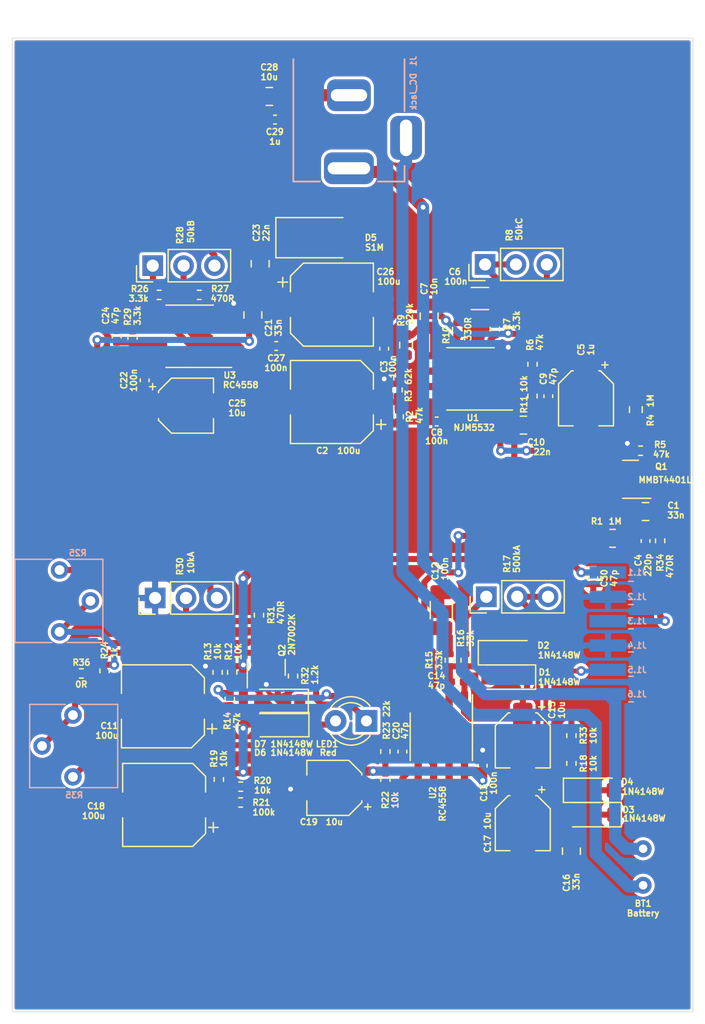
<source format=kicad_pcb>
(kicad_pcb (version 20221018) (generator pcbnew)
  (layers (0 "F.Cu" signal) (31 "B.Cu" signal) (34 "B.Paste" user) (35 "F.Paste" user) (36 "B.SilkS" user "B.Silkscreen") (37 "F.SilkS" user "F.Silkscreen") (38 "B.Mask" user) (39 "F.Mask" user) (44 "Edge.Cuts" user))
  (net 0 "")
  (net 1 "Net-(Q1-B)")
  (net 2 "Net-(C1-Pad2)")
  (net 3 "+5V")
  (net 4 "GND")
  (net 5 "Net-(LED1-K)")
  (net 6 "Net-(Q1-E)")
  (net 7 "+9V")
  (net 8 "Net-(C10-Pad2)")
  (net 9 "Net-(U1A-+)")
  (net 10 "Net-(U1A--)")
  (net 11 "Net-(C6-Pad1)")
  (net 12 "Net-(C6-Pad2)")
  (net 13 "Net-(U1B-+)")
  (net 14 "Net-(R7-Pad2)")
  (net 15 "Net-(U1B--)")
  (net 16 "Net-(U2A-+)")
  (net 17 "Net-(C12-Pad1)")
  (net 18 "Net-(D1-A)")
  (net 19 "Net-(D1-K)")
  (net 20 "Net-(R16-Pad1)")
  (net 21 "Net-(C15-Pad2)")
  (net 22 "Net-(D3-A)")
  (net 23 "Net-(U2B-+)")
  (net 24 "Net-(C18-Pad1)")
  (net 25 "Net-(C19-Pad1)")
  (net 26 "Net-(C20-Pad1)")
  (net 27 "Net-(U2B--)")
  (net 28 "Net-(R24-Pad1)")
  (net 29 "Net-(U3A-+)")
  (net 30 "Net-(U3A--)")
  (net 31 "Net-(C23-Pad1)")
  (net 32 "Net-(C24-Pad1)")
  (net 33 "Net-(U3B--)")
  (net 34 "Net-(C25-Pad2)")
  (net 35 "Net-(U3B-+)")
  (net 36 "Net-(R27-Pad1)")
  (net 37 "Net-(C30-Pad1)")
  (net 38 "Net-(R30-Pad2)")
  (net 39 "Net-(R32-Pad1)")
  (net 40 "Net-(Q2-D)")
  (net 41 "Net-(D6-K)")
  (net 42 "Net-(C11-Pad1)")
  (net 43 "Net-(D7-A)")
  (net 44 "Net-(BT1-+)")
  (net 45 "Net-(BT1--)")
  (net 46 "Net-(J1.3-Pad1)")
  (footprint "Capacitor_SMD:CP_Elec_6.3x5.3" (layer "F.Cu") (at -15.5 23 180)
    (fp_text reference "C18")
    (fp_text value "100u")
  )
  (footprint "Resistor_SMD:R_0402_1005Metric" (layer "F.Cu") (at 2.7 20.91 -90)
    (fp_text reference "R22")
    (fp_text value "10k")
  )
  (footprint "Capacitor_SMD:C_0805_2012Metric" (layer "F.Cu") (at -6.85 -35.2 180)
    (fp_text reference "C28")
    (fp_text value "10u")
  )
  (footprint "Package_SO:SOIC-8_3.9x4.9mm_P1.27mm" (layer "F.Cu") (at 7.3 17.4 -90)
    (fp_text reference "U2")
    (fp_text value "RC4558")
  )
  (footprint "Resistor_SMD:R_0402_1005Metric" (layer "F.Cu") (at 3.7 -11.09 90)
    (fp_text reference "R3")
    (fp_text value "62k")
  )
  (footprint "Diode_SMD:D_SOD-123" (layer "F.Cu") (at 12.7 12.5 180)
    (fp_text reference "D1")
    (fp_text value "1N4148W")
  )
  (footprint "Capacitor_SMD:C_0402_1005Metric" (layer "F.Cu") (at 6.92 -8.5)
    (fp_text reference "C8")
    (fp_text value "100n")
  )
  (footprint "Connector_PinHeader_2.54mm:PinHeader_1x03_P2.54mm_Vertical" (layer "F.Cu") (at -16.44 -21.3 90)
    (fp_text reference "R28")
    (fp_text value "50kB")
  )
  (footprint "Capacitor_SMD:CP_Elec_4x5.3" (layer "F.Cu") (at 14 24.5 -90)
    (fp_text reference "C17")
    (fp_text value "10u")
  )
  (footprint "Resistor_SMD:R_0402_1005Metric" (layer "F.Cu") (at -9.21 22.8 180)
    (fp_text reference "R21")
    (fp_text value "100k")
  )
  (footprint "Capacitor_SMD:CP_Elec_4x5.3" (layer "F.Cu") (at -1.5 21.6 180)
    (fp_text reference "C19")
    (fp_text value "10u")
  )
  (footprint "Resistor_SMD:R_0603_1608Metric" (layer "F.Cu") (at 23.3 -9.475 90)
    (fp_text reference "R4")
    (fp_text value "1M")
  )
  (footprint "Capacitor_SMD:C_0402_1005Metric" (layer "F.Cu") (at 19.8 4.38 -90)
    (fp_text reference "C30")
    (fp_text value "47p")
  )
  (footprint "Resistor_SMD:R_0402_1005Metric" (layer "F.Cu") (at 8.6 -16.09 -90)
    (fp_text reference "R10")
    (fp_text value "330R")
  )
  (footprint "Resistor_SMD:R_0402_1005Metric" (layer "F.Cu") (at -9.9 12.11 90)
    (fp_text reference "R12")
    (fp_text value "10k")
  )
  (footprint "Diode_SMD:D_SOD-123" (layer "F.Cu") (at 19.7 21.8)
    (fp_text reference "D4")
    (fp_text value "1N4148W")
  )
  (footprint "Resistor_SMD:R_0402_1005Metric" (layer "F.Cu") (at -11.1 12.11 -90)
    (fp_text reference "R13")
    (fp_text value "10k")
  )
  (footprint "Resistor_SMD:R_0402_1005Metric" (layer "F.Cu") (at 9.3 11.11 -90)
    (fp_text reference "R16")
    (fp_text value "33k")
  )
  (footprint "Resistor_SMD:R_0402_1005Metric" (layer "F.Cu") (at -20.4 11.99 -90)
    (fp_text reference "R24")
    (fp_text value "1k")
  )
  (footprint "Resistor_SMD:R_0603_1608Metric" (layer "F.Cu") (at 4.4 -14.775 -90)
    (fp_text reference "R9")
    (fp_text value "220k")
  )
  (footprint "Resistor_SMD:R_0402_1005Metric" (layer "F.Cu") (at -10.1 14.31 90)
    (fp_text reference "R14")
    (fp_text value "47k")
  )
  (footprint "Capacitor_SMD:C_0402_1005Metric" (layer "F.Cu") (at -19.4 -15.48 90)
    (fp_text reference "C24")
    (fp_text value "47p")
  )
  (footprint "Capacitor_SMD:C_1206_3216Metric" (layer "F.Cu") (at 10.475 -18.6 180)
    (fp_text reference "C6")
    (fp_text value "100n")
  )
  (footprint "Capacitor_SMD:C_0402_1005Metric" (layer "F.Cu") (at 4.1 18.62 -90)
    (fp_text reference "C20")
    (fp_text value "47p")
  )
  (footprint "Package_SO:SOIC-8_3.9x4.9mm_P1.27mm" (layer "F.Cu") (at 9.7 -12 180)
    (fp_text reference "U1")
    (fp_text value "NJM5532")
  )
  (footprint "Capacitor_SMD:C_1206_3216Metric" (layer "F.Cu") (at 7.3 7 90)
    (fp_text reference "C12")
    (fp_text value "100n")
  )
  (footprint "Capacitor_SMD:CP_Elec_6.3x5.3" (layer "F.Cu") (at -15.6 14.9 180)
    (fp_text reference "C11")
    (fp_text value "100u")
  )
  (footprint "Capacitor_SMD:C_0402_1005Metric" (layer "F.Cu") (at -6.28 -14.7)
    (fp_text reference "C27")
    (fp_text value "100n")
  )
  (footprint "Diode_SMD:D_SOD-123" (layer "F.Cu") (at -5.95 16.4 180)
    (fp_text reference "D6")
    (fp_text value "1N4148W")
  )
  (footprint "Diode_SMD:D_SOD-123" (layer "F.Cu") (at 19.75 23.8 180)
    (fp_text reference "D3")
    (fp_text value "1N4148W")
  )
  (footprint "Resistor_SMD:R_0402_1005Metric" (layer "F.Cu") (at 2.7 18.61 -90)
    (fp_text reference "R23")
    (fp_text value "22k")
  )
  (footprint "Capacitor_SMD:C_0402_1005Metric" (layer "F.Cu") (at 24.1 1.32 -90)
    (fp_text reference "C4")
    (fp_text value "220p")
  )
  (footprint "myFoot:my_conn" (layer "F.Cu") (at 23.9 29.6)
    (fp_text reference "BT1")
    (fp_text value "Battery")
  )
  (footprint "Connector_PinHeader_2.54mm:PinHeader_1x03_P2.54mm_Vertical" (layer "F.Cu") (at -16.24 6 90)
    (fp_text reference "R30")
    (fp_text value "10kA")
  )
  (footprint "Capacitor_SMD:C_0402_1005Metric" (layer "F.Cu") (at 8.62 12.9 180)
    (fp_text reference "C14")
    (fp_text value "47p")
  )
  (footprint "Connector_PinHeader_2.54mm:PinHeader_1x03_P2.54mm_Vertical" (layer "F.Cu") (at 11 5.9 90)
    (fp_text reference "R17")
    (fp_text value "500kA")
  )
  (footprint "Capacitor_SMD:C_0402_1005Metric" (layer "F.Cu") (at 10.7 19.78 90)
    (fp_text reference "C13")
    (fp_text value "100n")
  )
  (footprint "Resistor_SMD:R_0402_1005Metric" (layer "F.Cu") (at 18 19.59 90)
    (fp_text reference "R18")
    (fp_text value "10k")
  )
  (footprint "Capacitor_SMD:C_0805_2012Metric" (layer "F.Cu") (at 24.1 -1.1 180)
    (fp_text reference "C1")
    (fp_text value "33n")
  )
  (footprint "Capacitor_SMD:CP_Elec_4x5.3" (layer "F.Cu") (at -13.7 -9.8)
    (fp_text reference "C25")
    (fp_text value "10u")
  )
  (footprint "Capacitor_SMD:C_0402_1005Metric" (layer "F.Cu") (at 2.6 -14.48 90)
    (fp_text reference "C3")
    (fp_text value "100n")
  )
  (footprint "Capacitor_SMD:CP_Elec_6.3x5.3" (layer "F.Cu") (at -1.7 -18.1)
    (fp_text reference "C26")
    (fp_text value "100u")
  )
  (footprint "Capacitor_SMD:C_0805_2012Metric" (layer "F.Cu") (at 14.05 -8.2 180)
    (fp_text reference "C10")
    (fp_text value "22n")
  )
  (footprint "Package_TO_SOT_SMD:SOT-23" (layer "F.Cu") (at 22.8625 -3.75 180)
    (fp_text reference "Q1")
    (fp_text value "MMBT4401L")
  )
  (footprint "Resistor_SMD:R_0402_1005Metric" (layer "F.Cu") (at -18.1 -15.41 90)
    (fp_text reference "R29")
    (fp_text value "3.3k")
  )
  (footprint "Diode_SMD:D_SOD-123" (layer "F.Cu") (at 12.7 10.5)
    (fp_text reference "D2")
    (fp_text value "1N4148W")
  )
  (footprint "Resistor_SMD:R_0402_1005Metric" (layer "F.Cu") (at -12.61 -18.9)
    (fp_text reference "R27")
    (fp_text value "470R")
  )
  (footprint "Resistor_SMD:R_0402_1005Metric" (layer "F.Cu") (at 11.7 -16.09 90)
    (fp_text reference "R7")
    (fp_text value "3.3k")
  )
  (footprint "Capacitor_SMD:C_0402_1005Metric" (layer "F.Cu") (at -6.38 -33.3 180)
    (fp_text reference "C29")
    (fp_text value "1u")
  )
  (footprint "Capacitor_SMD:C_0805_2012Metric" (layer "F.Cu") (at 18 26.8 -90)
    (fp_text reference "C16")
    (fp_text value "33n")
  )
  (footprint "Resistor_SMD:R_0402_1005Metric" (layer "F.Cu") (at -7.7 7.41 -90)
    (fp_text reference "R31")
    (fp_text value "470R")
  )
  (footprint "Resistor_SMD:R_0402_1005Metric" (layer "F.Cu") (at -15.91 -18.9)
    (fp_text reference "R26")
    (fp_text value "3.3k")
  )
  (footprint "Resistor_SMD:R_0402_1005Metric" (layer "F.Cu") (at 18 17.31 90)
    (fp_text reference "R33")
    (fp_text value "10k")
  )
  (footprint "Resistor_SMD:R_0402_1005Metric" (layer "F.Cu") (at 3.8 -8.89 -90)
    (fp_text reference "R2")
    (fp_text value "47k")
  )
  (footprint "Capacitor_SMD:C_0402_1005Metric" (layer "F.Cu") (at -17.1 -11.88 -90)
    (fp_text reference "C22")
    (fp_text value "100n")
  )
  (footprint "Resistor_SMD:R_0402_1005Metric" (layer "F.Cu") (at -22.31 12.2 180)
    (fp_text reference "R36")
    (fp_text value "0R")
  )
  (footprint "Package_SO:SOIC-8_3.9x4.9mm_P1.27mm" (layer "F.Cu") (at -13.4 -15.5 180)
    (fp_text reference "U3")
    (fp_text value "RC4558")
  )
  (footprint "Capacitor_SMD:C_0805_2012Metric" (layer "F.Cu") (at -8.2 -17.25 90)
    (fp_text reference "C21")
    (fp_text value "33n")
  )
  (footprint "Capacitor_SMD:CP_Elec_4x5.3" (layer "F.Cu") (at 19.2 -10.4 -90)
    (fp_text reference "C5")
    (fp_text value "1u")
  )
  (footprint "Capacitor_SMD:C_0805_2012Metric" (layer "F.Cu") (at 6.3 -17.15 -90)
    (fp_text reference "C7")
    (fp_text value "10n")
  )
  (footprint "Resistor_SMD:R_0402_1005Metric" (layer "F.Cu") (at 25.3 1.3 -90)
    (fp_text reference "R34")
    (fp_text value "470R")
  )
  (footprint "Resistor_SMD:R_0805_2012Metric" (layer "F.Cu") (at 21.3875 1.1 180)
    (fp_text reference "R1")
    (fp_text value "1M")
  )
  (footprint "Resistor_SMD:R_0402_1005Metric" (layer "F.Cu") (at 14.8 -13.2 90)
    (fp_text reference "R6")
    (fp_text value "47k")
  )
  (footprint "Resistor_SMD:R_0402_1005Metric" (layer "F.Cu") (at -9.2 21.5)
    (fp_text reference "R20")
    (fp_text value "10k")
  )
  (footprint "Capacitor_SMD:CP_Elec_4x5.3" (layer "F.Cu") (at 14 17.7 -90)
    (fp_text reference "C15")
    (fp_text value "10u")
  )
  (footprint "Resistor_SMD:R_0402_1005Metric" (layer "F.Cu") (at -11 20.91 90)
    (fp_text reference "R19")
    (fp_text value "10k")
  )
  (footprint "Diode_SMD:D_SOD-123" (layer "F.Cu") (at -6 14.5 180)
    (fp_text reference "D7")
    (fp_text value "1N4148W")
  )
  (footprint "Connector_PinHeader_2.54mm:PinHeader_1x03_P2.54mm_Vertical" (layer "F.Cu") (at 10.9 -21.4 90)
    (fp_text reference "R8")
    (fp_text value "50kC")
  )
  (footprint "Capacitor_SMD:CP_Elec_6.3x5.3" (layer "F.Cu") (at -1.7 -10.1 180)
    (fp_text reference "C2")
    (fp_text value "100u")
  )
  (footprint "Diode_SMD:D_SMA" (layer "F.Cu") (at -2.8 -23.6)
    (fp_text reference "D5")
    (fp_text value "S1M")
  )
  (footprint "Resistor_SMD:R_0402_1005Metric" (layer "F.Cu") (at 14.8 -10.59 90)
    (fp_text reference "R11")
    (fp_text value "10k")
  )
  (footprint "Package_TO_SOT_SMD:SOT-23" (layer "F.Cu") (at -7.1 11.7 90)
    (fp_text reference "Q2")
    (fp_text value "2N7002K")
  )
  (footprint "Capacitor_SMD:C_0805_2012Metric" (layer "F.Cu") (at -7.6 -21.45 90)
    (fp_text reference "C23")
    (fp_text value "22n")
  )
  (footprint "Resistor_SMD:R_0402_1005Metric" (layer "F.Cu") (at -4.9 12.41 -90)
    (fp_text reference "R32")
    (fp_text value "1.2k")
  )
  (footprint "LED_THT:LED_D3.0mm" (layer "F.Cu") (at 1.14 16.1 180)
    (fp_text reference "LED1")
    (fp_text value "Red")
  )
  (footprint "Resistor_SMD:R_0402_1005Metric" (layer "F.Cu") (at 8 11.11 90)
    (fp_text reference "R15")
    (fp_text value "3.3k")
  )
  (footprint "Capacitor_SMD:C_0402_1005Metric" (layer "F.Cu") (at 16.1 -10.58 90)
    (fp_text reference "C9")
    (fp_text value "47p")
  )
  (footprint "Resistor_SMD:R_0402_1005Metric" (layer "F.Cu") (at 23.69 -6.1 180)
    (fp_text reference "R5")
    (fp_text value "47k")
  )
  (footprint "myFoot:my_TestPoint_1mm" (layer "B.Cu") (at 21 7.9 180)
    (fp_text reference "J1.3")
    (fp_text value "-")
  )
  (footprint "myFoot:my_TestPoint_1mm" (layer "B.Cu") (at 21 13.9 180)
    (fp_text reference "J1.6")
    (fp_text value "-")
  )
  (footprint "myFoot:my_trim2" (layer "B.Cu") (at -23 20.7 180)
    (fp_text reference "R35")
    (fp_text value "Empty")
  )
  (footprint "myFoot:my_trim2" (layer "B.Cu") (at -24.1 3.7)
    (fp_text reference "R25")
    (fp_text value "10k")
  )
  (footprint "myFoot:my_TestPoint_1mm" (layer "B.Cu") (at 21 3.9 180)
    (fp_text reference "J1.1")
    (fp_text value "-")
  )
  (footprint "myFoot:my_TestPoint_1mm" (layer "B.Cu") (at 21 9.9 180)
    (fp_text reference "J1.4")
    (fp_text value "-")
  )
  (footprint "myFoot:my_TestPoint_1mm" (layer "B.Cu") (at 21 5.9 180)
    (fp_text reference "J1.2")
    (fp_text value "-")
  )
  (footprint "myFoot:my_DC_Jack" (layer "B.Cu") (at -0.3 -42.8 -90)
    (fp_text reference "J1")
    (fp_text value "DC_Jack")
  )
  (footprint "myFoot:my_TestPoint_1mm" (layer "B.Cu") (at 21 11.9 180)
    (fp_text reference "J1.5")
    (fp_text value "-")
  )
  (gr_rect (start -28 -40) (end 28 40) (stroke (width 0.05)) (fill none) (layer "Edge.Cuts"))
  (segment (start 25.05 -2.15) (end 25.5 -2.6) (width 0.5) (layer "F.Cu") (net 1))
  (segment (start 24.4 -2.8) (end 25.05 -2.15) (width 0.5) (layer "F.Cu") (net 1))
  (segment (start 25.5 -2.6) (end 25.5 -7.8) (width 0.5) (layer "F.Cu") (net 1))
  (segment (start 24.65 -8.65) (end 23.3 -8.65) (width 0.5) (layer "F.Cu") (net 1))
  (segment (start 25.5 -7.8) (end 24.65 -8.65) (width 0.5) (layer "F.Cu") (net 1))
  (segment (start 23.8 -2.8) (end 24.4 -2.8) (width 0.5) (layer "F.Cu") (net 1))
  (segment (start 25.05 -1.1) (end 25.05 -2.15) (width 0.5) (layer "F.Cu") (net 1))
  (segment (start 23.15 -0.35) (end 22.3 0.5) (width 0.5) (layer "F.Cu") (net 2))
  (segment (start 24.1 0.84) (end 22.56 0.84) (width 0.5) (layer "F.Cu") (net 2))
  (segment (start 23.15 -1.1) (end 23.15 -0.35) (width 0.5) (layer "F.Cu") (net 2))
  (segment (start 22.3 0.5) (end 22.3 1.1) (width 0.5) (layer "F.Cu") (net 2))
  (segment (start 22.56 0.84) (end 22.3 1.1) (width 0.5) (layer "F.Cu") (net 2))
  (segment (start 25.3 0.79) (end 24.15 0.79) (width 0.5) (layer "F.Cu") (net 2))
  (segment (start 24.15 0.79) (end 24.1 0.84) (width 0.5) (layer "F.Cu") (net 2))
  (segment (start 23.3 -10.3) (end 21.4 -10.3) (width 0.5) (layer "F.Cu") (net 3))
  (segment (start 3.475 -16.175) (end 3.475 -14.025) (width 0.5) (layer "F.Cu") (net 3))
  (segment (start 20.7 -11) (end 20.7 -13.4) (width 0.5) (layer "F.Cu") (net 3))
  (segment (start 2.6 -14) (end 1.8 -14) (width 0.5) (layer "F.Cu") (net 3))
  (segment (start 21.4 -10.3) (end 20.7 -11) (width 0.5) (layer "F.Cu") (net 3))
  (segment (start 1.1 -13.3) (end 1.1 -10.1) (width 0.5) (layer "F.Cu") (net 3))
  (segment (start 1.1 -10.1) (end 3.7 -10.1) (width 0.5) (layer "F.Cu") (net 3))
  (segment (start 3.7 -10.1) (end 3.7 -9.5) (width 0.5) (layer "F.Cu") (net 3))
  (segment (start 14.3 -15.7) (end 12.8505 -15.7) (width 0.5) (layer "F.Cu") (net 3))
  (segment (start 7.683516 -16.801499) (end 7.335015 -17.15) (width 0.5) (layer "F.Cu") (net 3))
  (segment (start 15.04 -13.95) (end 14.8 -13.71) (width 0.5) (layer "F.Cu") (net 3))
  (segment (start 2.65 -13.95) (end 2.6 -14) (width 0.5) (layer "F.Cu") (net 3))
  (segment (start 3.7 -10.58) (end 3.7 -10.1) (width 0.5) (layer "F.Cu") (net 3))
  (segment (start 4.4 -13.95) (end 3.4 -13.95) (width 0.5) (layer "F.Cu") (net 3))
  (segment (start 4.45 -17.15) (end 3.475 -16.175) (width 0.5) (layer "F.Cu") (net 3))
  (segment (start 1.8 -14) (end 1.1 -13.3) (width 0.5) (layer "F.Cu") (net 3))
  (segment (start 20.7 -13.4) (end 20.15 -13.95) (width 0.5) (layer "F.Cu") (net 3))
  (segment (start 7.335015 -17.15) (end 4.45 -17.15) (width 0.5) (layer "F.Cu") (net 3))
  (segment (start 3.475 -14.025) (end 3.4 -13.95) (width 0.5) (layer "F.Cu") (net 3))
  (segment (start 12.8505 -15.7) (end 12.8 -15.7505) (width 0.5) (layer "F.Cu") (net 3))
  (segment (start 3.4 -13.95) (end 2.65 -13.95) (width 0.5) (layer "F.Cu") (net 3))
  (segment (start 20.15 -13.95) (end 15.04 -13.95) (width 0.5) (layer "F.Cu") (net 3))
  (segment (start 14.8 -15.2) (end 14.3 -15.7) (width 0.5) (layer "F.Cu") (net 3))
  (segment (start 3.7 -9.5) (end 3.8 -9.4) (width 0.5) (layer "F.Cu") (net 3))
  (segment (start 14.8 -13.71) (end 14.8 -15.2) (width 0.5) (layer "F.Cu") (net 3))
  (via (at 7.683516 -16.801499) (size 0.8) (drill 0.4) (layers "F.Cu" "B.Cu") (net 3))
  (via (at 12.8 -15.7505) (size 0.8) (drill 0.4) (layers "F.Cu" "B.Cu") (net 3))
  (segment (start 12.8 -15.7505) (end 12.7495 -15.7) (width 0.5) (layer "B.Cu") (net 3))
  (segment (start 12.7495 -15.7) (end 9 -15.7) (width 0.5) (layer "B.Cu") (net 3))
  (segment (start 9 -15.7) (end 8.785015 -15.7) (width 0.5) (layer "B.Cu") (net 3))
  (segment (start 8.785015 -15.7) (end 7.683516 -16.801499) (width 0.5) (layer "B.Cu") (net 3))
  (segment (start -8.2 -18.2) (end -9.78 -18.2) (width 0.5) (layer "F.Cu") (net 4))
  (segment (start 10.7 19.3) (end 10.7 18.5) (width 0.5) (layer "F.Cu") (net 4))
  (segment (start -3.3 21.6) (end -5 21.6) (width 0.5) (layer "F.Cu") (net 4))
  (segment (start 3.7 -11.6) (end 3 -11.6) (width 0.5) (layer "F.Cu") (net 4))
  (segment (start -11.1 11.6) (end -12.1 11.6) (width 0.5) (layer "F.Cu") (net 4))
  (segment (start 12.775 -13.905) (end 12.775 -14.575) (width 0.5) (layer "F.Cu") (net 4))
  (segment (start -6.15 12.6375) (end -6.6375 12.6375) (width 0.5) (layer "F.Cu") (net 4))
  (segment (start -9.78 -18.2) (end -10.575 -17.405) (width 0.5) (layer "F.Cu") (net 4))
  (segment (start -6.6375 12.6375) (end -7.099312 13.099312) (width 0.5) (layer "F.Cu") (net 4))
  (segment (start 12.775 -14.575) (end 12.8 -14.6) (width 0.5) (layer "F.Cu") (net 4))
  (segment (start 3 -11.6) (end 2.6 -12) (width 0.5) (layer "F.Cu") (net 4))
  (segment (start -5 21.6) (end -5.1 21.7) (width 0.5) (layer "F.Cu") (net 4))
  (segment (start 23.18 -6.12) (end 22.6 -6.7) (width 0.5) (layer "F.Cu") (net 4))
  (segment (start 23.18 -6.1) (end 23.18 -6.12) (width 0.5) (layer "F.Cu") (net 4))
  (via (at -12.1 11.6) (size 0.8) (drill 0.4) (layers "F.Cu" "B.Cu") (net 4))
  (via (at 10.7 18.5) (size 0.8) (drill 0.4) (layers "F.Cu" "B.Cu") (net 4))
  (via (at -5.1 21.7) (size 0.8) (drill 0.4) (layers "F.Cu" "B.Cu") (net 4))
  (via (at -9.78 -18.2) (size 0.8) (drill 0.4) (layers "F.Cu" "B.Cu") (net 4))
  (via (at -7.099312 13.099312) (size 0.8) (drill 0.4) (layers "F.Cu" "B.Cu") (net 4))
  (via (at 12.8 -14.6) (size 0.8) (drill 0.4) (layers "F.Cu" "B.Cu") (net 4))
  (via (at 22.6 -6.7) (size 0.8) (drill 0.4) (layers "F.Cu" "B.Cu") (net 4))
  (via (at 2.6 -12) (size 0.8) (drill 0.4) (layers "F.Cu" "B.Cu") (net 4))
  (segment (start 1.14 16.04) (end -0.15 14.75) (width 0.5) (layer "F.Cu") (net 5))
  (segment (start -3.5 13) (end -4.82 13) (width 0.5) (layer "F.Cu") (net 5))
  (segment (start 1.14 16.1) (end 1.14 16.04) (width 0.5) (layer "F.Cu") (net 5))
  (segment (start -3 14.3) (end -3 13.5) (width 0.5) (layer "F.Cu") (net 5))
  (segment (start -3 13.5) (end -3.5 13) (width 0.5) (layer "F.Cu") (net 5))
  (segment (start -4.82 13) (end -4.9 12.92) (width 0.5) (layer "F.Cu") (net 5))
  (segment (start -2.55 14.75) (end -3 14.3) (width 0.5) (layer "F.Cu") (net 5))
  (segment (start -0.15 14.75) (end -2.55 14.75) (width 0.5) (layer "F.Cu") (net 5))
  (segment (start 19.2 -8.6) (end 20.2 -7.6) (width 0.5) (layer "F.Cu") (net 6))
  (segment (start 23.8 -4.7) (end 24.2 -5.1) (width 0.5) (layer "F.Cu") (net 6))
  (segment (start 23.7 -7.6) (end 24.2 -7.1) (width 0.5) (layer "F.Cu") (net 6))
  (segment (start 20.2 -7.6) (end 23.7 -7.6) (width 0.5) (layer "F.Cu") (net 6))
  (segment (start 24.2 -7.1) (end 24.2 -6.1) (width 0.5) (layer "F.Cu") (net 6))
  (segment (start 24.2 -5.1) (end 24.2 -6.1) (width 0.5) (layer "F.Cu") (net 6))
  (segment (start 12.15 -6.15) (end 12.2 -6.1) (width 0.5) (layer "F.Cu") (net 7))
  (segment (start 10.8 -10.1) (end 12.15 -8.75) (width 0.5) (layer "F.Cu") (net 7))
  (segment (start -16.805 -13.595) (end -17.1 -13.3) (width 0.5) (layer "F.Cu") (net 7))
  (segment (start -6.2 -8.4) (end -6.2 1.6) (width 0.75) (layer "F.Cu") (net 7))
  (segment (start -5.88 -35.18) (end -5.9 -35.2) (width 1) (layer "F.Cu") (net 7))
  (segment (start -6.78 -15.217939) (end -6.78 -14.7) (width 1) (layer "F.Cu") (net 7))
  (segment (start -6.2 1.6) (end -9 4.4) (width 0.75) (layer "F.Cu") (net 7))
  (segment (start -8.925 20.225) (end 1.691726 20.225) (width 0.75) (layer "F.Cu") (net 7))
  (segment (start -4.8 -18.4) (end -4.5 -18.1) (width 1) (layer "F.Cu") (net 7))
  (segment (start 21.6 -6.1) (end 22.2 -5.5) (width 0.5) (layer "F.Cu") (net 7))
  (segment (start -4.8 -23.6) (end -4.8 -18.4) (width 1) (layer "F.Cu") (net 7))
  (segment (start 9.24 20.26) (end 9.205 20.225) (width 0.75) (layer "F.Cu") (net 7))
  (segment (start -9.1 20.4) (end -9 20.3) (width 0.5) (layer "F.Cu") (net 7))
  (segment (start -6.825 -13.275) (end -6.825 -12.4) (width 0.75) (layer "F.Cu") (net 7))
  (segment (start -9.9 11.6) (end -9.0805 11.6) (width 0.5) (layer "F.Cu") (net 7))
  (segment (start 14.3 -6.1) (end 21.6 -6.1) (width 0.5) (layer "F.Cu") (net 7))
  (segment (start 6.625 -10.095) (end 6.63 -10.1) (width 0.5) (layer "F.Cu") (net 7))
  (segment (start 22.2 -5.5) (end 22.2 -4.025) (width 0.5) (layer "F.Cu") (net 7))
  (segment (start -7.6 16.4) (end -8.7 16.4) (width 0.5) (layer "F.Cu") (net 7))
  (segment (start -0.3 -35.3) (end -5.8 -35.3) (width 1) (layer "F.Cu") (net 7))
  (segment (start -6.7 -13.4) (end -6.825 -13.275) (width 0.75) (layer "F.Cu") (net 7))
  (segment (start -6.76 -14.7) (end -6.76 -13.46) (width 0.75) (layer "F.Cu") (net 7))
  (segment (start -4.8 -23.6) (end -5.88 -24.68) (width 1) (layer "F.Cu") (net 7))
  (segment (start 6.44 -9.91) (end 6.625 -10.095) (width 0.5) (layer "F.Cu") (net 7))
  (segment (start -6.18 -8.38) (end -6.2 -8.4) (width 0.75) (layer "F.Cu") (net 7))
  (segment (start 3.8 -8.38) (end -6.18 -8.38) (width 0.75) (layer "F.Cu") (net 7))
  (segment (start 6.63 -10.1) (end 10.8 -10.1) (width 0.5) (layer "F.Cu") (net 7))
  (segment (start -4.5 -18.1) (end -6.2 -18.1) (width 1) (layer "F.Cu") (net 7))
  (segment (start -17.1 -13.3) (end -17.1 -12.36) (width 0.5) (layer "F.Cu") (net 7))
  (segment (start -11 20.4) (end -9.1 20.4) (width 0.5) (layer "F.Cu") (net 7))
  (segment (start -6.865 -12.36) (end -6.825 -12.4) (width 0.75) (layer "F.Cu") (net 7))
  (segment (start -5.88 -24.68) (end -5.88 -35.18) (width 1) (layer "F.Cu") (net 7))
  (segment (start 10.7 20.26) (end 9.24 20.26) (width 0.75) (layer "F.Cu") (net 7))
  (segment (start 10.7 21) (end 10.7 20.26) (width 0.75) (layer "F.Cu") (net 7))
  (segment (start 22.2 -4.025) (end 21.925 -3.75) (width 0.5) (layer "F.Cu") (net 7))
  (segment (start -5.8 -35.3) (end -5.9 -35.2) (width 1) (layer "F.Cu") (net 7))
  (segment (start -6.825 -12.4) (end -6.825 -9.025) (width 0.75) (layer "F.Cu") (net 7))
  (segment (start 12.15 -8.75) (end 12.15 -6.15) (width 0.5) (layer "F.Cu") (net 7))
  (segment (start -17.1 -12.36) (end -6.865 -12.36) (width 0.75) (layer "F.Cu") (net 7))
  (segment (start 6.44 -8.5) (end 6.44 -9.91) (width 0.5) (layer "F.Cu") (net 7))
  (segment (start -16.225 -13.595) (end -16.805 -13.595) (width 0.5) (layer "F.Cu") (net 7))
  (segment (start -6.76 -13.46) (end -6.7 -13.4) (width 0.75) (layer "F.Cu") (net 7))
  (segment (start -8.9805 11.5) (end -8.9805 16.6805) (width 0.75) (layer "F.Cu") (net 7))
  (segment (start -6.825 -9.025) (end -6.2 -8.4) (width 0.75) (layer "F.Cu") (net 7))
  (segment (start -6.775 -17.525) (end -6.775 -15.222939) (width 1) (layer "F.Cu") (net 7))
  (segment (start 6.44 -8.5) (end 3.92 -8.5) (width 0.5) (layer "F.Cu") (net 7))
  (segment (start -8.9805 16.6805) (end -9 16.7) (width 0.75) (layer "F.Cu") (net 7))
  (segment (start -9 20.3) (end -8.925 20.225) (width 0.75) (layer "F.Cu") (net 7))
  (segment (start -6.775 -15.222939) (end -6.78 -15.217939) (width 1) (layer "F.Cu") (net 7))
  (segment (start -6.2 -18.1) (end -6.775 -17.525) (width 1) (layer "F.Cu") (net 7))
  (segment (start -8.7 16.4) (end -9 16.7) (width 0.5) (layer "F.Cu") (net 7))
  (segment (start 3.92 -8.5) (end 3.8 -8.38) (width 0.5) (layer "F.Cu") (net 7))
  (segment (start -9.0805 11.6) (end -8.9805 11.5) (width 0.5) (layer "F.Cu") (net 7))
  (via (at -9 4.4) (size 0.8) (drill 0.4) (layers "F.Cu" "B.Cu") (net 7))
  (via (at 14.3 -6.1) (size 0.8) (drill 0.4) (layers "F.Cu" "B.Cu") (net 7))
  (via (at -9 16.7) (size 0.8) (drill 0.4) (layers "F.Cu" "B.Cu") (net 7))
  (via (at 1.691726 20.225) (size 0.8) (drill 0.4) (layers "F.Cu" "B.Cu") (net 7))
  (via (at 10.7 21) (size 0.8) (drill 0.4) (layers "F.Cu" "B.Cu") (net 7))
  (via (at 12.2 -6.1) (size 0.8) (drill 0.4) (layers "F.Cu" "B.Cu") (net 7))
  (via (at -9 20.3) (size 0.8) (drill 0.4) (layers "F.Cu" "B.Cu") (net 7))
  (via (at -8.9805 11.5) (size 0.8) (drill 0.4) (layers "F.Cu" "B.Cu") (net 7))
  (segment (start 1.691726 20.225) (end 9.925 20.225) (width 0.75) (layer "B.Cu") (net 7))
  (segment (start 9.925 20.225) (end 10.7 21) (width 0.75) (layer "B.Cu") (net 7))
  (segment (start -9 4.4) (end -9 11.4805) (width 0.75) (layer "B.Cu") (net 7))
  (segment (start -9 11.4805) (end -8.9805 11.5) (width 0.75) (layer "B.Cu") (net 7))
  (segment (start 12.2 -6.1) (end 14.3 -6.1) (width 0.5) (layer "B.Cu") (net 7))
  (segment (start -9 16.7) (end -9 20.3) (width 0.75) (layer "B.Cu") (net 7))
  (segment (start 13.1 -8.2) (end 13.1 -9.77) (width 0.5) (layer "F.Cu") (net 8))
  (segment (start 14.785 -10.095) (end 14.8 -10.08) (width 0.5) (layer "F.Cu") (net 8))
  (segment (start 16.1 -10.1) (end 14.82 -10.1) (width 0.5) (layer "F.Cu") (net 8))
  (segment (start 13.1 -9.77) (end 12.775 -10.095) (width 0.5) (layer "F.Cu") (net 8))
  (segment (start 12.775 -10.095) (end 14.785 -10.095) (width 0.5) (layer "F.Cu") (net 8))
  (segment (start 14.82 -10.1) (end 14.8 -10.08) (width 0.5) (layer "F.Cu") (net 8))
  (segment (start 14.8 -12.69) (end 12.83 -12.69) (width 0.5) (layer "F.Cu") (net 9))
  (segment (start 18.41 -12.69) (end 14.8 -12.69) (width 0.5) (layer "F.Cu") (net 9))
  (segment (start 18.9 -12.2) (end 18.41 -12.69) (width 0.5) (layer "F.Cu") (net 9))
  (segment (start 19.2 -12.2) (end 18.9 -12.2) (width 0.5) (layer "F.Cu") (net 9))
  (segment (start 12.83 -12.69) (end 12.775 -12.635) (width 0.5) (layer "F.Cu") (net 9))
  (segment (start 12.775 -11.365) (end 13.835 -11.365) (width 0.5) (layer "F.Cu") (net 10))
  (segment (start 13.835 -11.365) (end 14.1 -11.1) (width 0.5) (layer "F.Cu") (net 10))
  (segment (start 11.35 -12.236472) (end 11.35 -15.23) (width 0.5) (layer "F.Cu") (net 10))
  (segment (start 12.221472 -11.365) (end 11.35 -12.236472) (width 0.5) (layer "F.Cu") (net 10))
  (segment (start 16.1 -11.06) (end 14.84 -11.06) (width 0.5) (layer "F.Cu") (net 10))
  (segment (start 11.35 -15.23) (end 11.7 -15.58) (width 0.5) (layer "F.Cu") (net 10))
  (segment (start 14.84 -11.06) (end 14.8 -11.1) (width 0.5) (layer "F.Cu") (net 10))
  (segment (start 12.775 -11.365) (end 12.221472 -11.365) (width 0.5) (layer "F.Cu") (net 10))
  (segment (start 14.1 -11.1) (end 14.8 -11.1) (width 0.5) (layer "F.Cu") (net 10))
  (segment (start 10.9 -21.2) (end 11.95 -20.15) (width 0.5) (layer "F.Cu") (net 11))
  (segment (start 11.95 -20.15) (end 11.95 -18.6) (width 0.5) (layer "F.Cu") (net 11))
  (segment (start 10.9 -21.4) (end 10.9 -21.2) (width 0.5) (layer "F.Cu") (net 11))
  (segment (start 13.44 -21.4) (end 10.9 -21.4) (width 0.5) (layer "F.Cu") (net 11))
  (segment (start 9 -17.6) (end 9 -18.6) (width 0.5) (layer "F.Cu") (net 12))
  (segment (start 6.3 -18.1) (end 8.5 -18.1) (width 0.5) (layer "F.Cu") (net 12))
  (segment (start 8.6 -16.6) (end 8.6 -17.2) (width 0.5) (layer "F.Cu") (net 12))
  (segment (start 8.6 -17.2) (end 9 -17.6) (width 0.5) (layer "F.Cu") (net 12))
  (segment (start 8.5 -18.1) (end 9 -18.6) (width 0.5) (layer "F.Cu") (net 12))
  (segment (start 4.9 -15.6) (end 5.5 -16.2) (width 0.5) (layer "F.Cu") (net 13))
  (segment (start 6.625 -13.905) (end 6.625 -15.875) (width 0.5) (layer "F.Cu") (net 13))
  (segment (start 4.4 -15.6) (end 4.9 -15.6) (width 0.5) (layer "F.Cu") (net 13))
  (segment (start 5.5 -16.2) (end 6.3 -16.2) (width 0.5) (layer "F.Cu") (net 13))
  (segment (start 6.625 -15.875) (end 6.3 -16.2) (width 0.5) (layer "F.Cu") (net 13))
  (segment (start 14.4 -16.6) (end 15.98 -18.18) (width 0.5) (layer "F.Cu") (net 14))
  (segment (start 11.7 -16.6) (end 14.4 -16.6) (width 0.5) (layer "F.Cu") (net 14))
  (segment (start 15.98 -18.18) (end 15.98 -21.4) (width 0.5) (layer "F.Cu") (net 14))
  (segment (start 8.2 -12.6) (end 8.2 -11.6) (width 0.5) (layer "F.Cu") (net 15))
  (segment (start 8.2 -14.6) (end 8.2 -12.6) (width 0.5) (layer "F.Cu") (net 15))
  (segment (start 6.625 -12.635) (end 8.165 -12.635) (width 0.5) (layer "F.Cu") (net 15))
  (segment (start 8.6 -15) (end 8.2 -14.6) (width 0.5) (layer "F.Cu") (net 15))
  (segment (start 8.165 -12.635) (end 8.2 -12.6) (width 0.5) (layer "F.Cu") (net 15))
  (segment (start 7.965 -11.365) (end 6.625 -11.365) (width 0.5) (layer "F.Cu") (net 15))
  (segment (start 8.6 -15.58) (end 8.6 -15) (width 0.5) (layer "F.Cu") (net 15))
  (segment (start 8.2 -11.6) (end 7.965 -11.365) (width 0.5) (layer "F.Cu") (net 15))
  (segment (start 6.665 15.735) (end 6.4 16) (width 0.5) (layer "F.Cu") (net 16))
  (segment (start 6.6 12.6) (end 6.6 10.4) (width 0.5) (layer "F.Cu") (net 16))
  (segment (start 6.4 16) (end 4.996472 16) (width 0.5) (layer "F.Cu") (net 16))
  (segment (start 6.665 12.665) (end 6.6 12.6) (width 0.5) (layer "F.Cu") (net 16))
  (segment (start 4.996472 16) (end 4.6 15.603528) (width 0.5) (layer "F.Cu") (net 16))
  (segment (start -10.788239 13.8) (end -11.050174 13.538065) (width 0.5) (layer "F.Cu") (net 16))
  (segment (start -10.1 13.8) (end -10.788239 13.8) (width 0.5) (layer "F.Cu") (net 16))
  (segment (start -1.999812 14.05) (end -2.149312 13.9005) (width 0.5) (layer "F.Cu") (net 16))
  (segment (start 15 -8.2) (end 15 -7.2) (width 0.5) (layer "F.Cu") (net 16))
  (segment (start 13.3 -6.7) (end 13.3 0.2) (width 0.5) (layer "F.Cu") (net 16))
  (segment (start 13.3 0.2) (end 12.6 0.9) (width 0.5) (layer "F.Cu") (net 16))
  (segment (start 6.665 14.575) (end 6.665 15.735) (width 0.5) (layer "F.Cu") (net 16))
  (segment (start 12.6 0.9) (end 8.7 0.9) (width 0.5) (layer "F.Cu") (net 16))
  (segment (start 6.665 14.575) (end 6.665 12.665) (width 0.5) (layer "F.Cu") (net 16))
  (segment (start 15 -7.2) (end 14.8 -7) (width 0.5) (layer "F.Cu") (net 16))
  (segment (start 6.6 10.4) (end 5.9 9.7) (width 0.5) (layer "F.Cu") (net 16))
  (segment (start 5.9 4.7) (end 6.7 3.9) (width 0.5) (layer "F.Cu") (net 16))
  (segment (start 13.6 -7) (end 13.3 -6.7) (width 0.5) (layer "F.Cu") (net 16))
  (segment (start 4.6 14.4) (end 4.25 14.05) (width 0.5) (layer "F.Cu") (net 16))
  (segment (start 6.7 3.9) (end 8.7 3.9) (width 0.5) (layer "F.Cu") (net 16))
  (segment (start 4.25 14.05) (end -1.999812 14.05) (width 0.5) (layer "F.Cu") (net 16))
  (segment (start 5.9 9.7) (end 5.9 4.7) (width 0.5) (layer "F.Cu") (net 16))
  (segment (start 14.8 -7) (end 13.6 -7) (width 0.5) (layer "F.Cu") (net 16))
  (segment (start 4.6 15.603528) (end 4.6 14.4) (width 0.5) (layer "F.Cu") (net 16))
  (via (at -11.050174 13.538065) (size 0.8) (drill 0.4) (layers "F.Cu" "B.Cu") (net 16))
  (via (at 8.7 3.9) (size 0.8) (drill 0.4) (layers "F.Cu" "B.Cu") (net 16))
  (via (at 8.7 0.9) (size 0.8) (drill 0.4) (layers "F.Cu" "B.Cu") (net 16))
  (via (at -2.149312 13.9005) (size 0.8) (drill 0.4) (layers "F.Cu" "B.Cu") (net 16))
  (segment (start 8.7 0.9) (end 8.7 3.9) (width 0.5) (layer "B.Cu") (net 16))
  (segment (start -9.9 14.2) (end -2.448812 14.2) (width 0.5) (layer "B.Cu") (net 16))
  (segment (start -10.388239 14.2) (end -9.9 14.2) (width 0.5) (layer "B.Cu") (net 16))
  (segment (start -2.448812 14.2) (end -2.149312 13.9005) (width 0.5) (layer "B.Cu") (net 16))
  (segment (start -11.050174 13.538065) (end -10.388239 14.2) (width 0.5) (layer "B.Cu") (net 16))
  (segment (start 8 10.6) (end 8 9.175) (width 0.5) (layer "F.Cu") (net 17))
  (segment (start 8 9.175) (end 7.3 8.475) (width 0.5) (layer "F.Cu") (net 17))
  (segment (start 7.935 14.575) (end 7.935 13.105) (width 0.5) (layer "F.Cu") (net 18))
  (segment (start 7.935 13.105) (end 8.14 12.9) (width 0.5) (layer "F.Cu") (net 18))
  (segment (start 11.05 10.5) (end 11.05 11.6) (width 0.5) (layer "F.Cu") (net 18))
  (segment (start 9.3 11.62) (end 11.03 11.62) (width 0.5) (layer "F.Cu") (net 18))
  (segment (start 11.03 11.62) (end 11.05 11.6) (width 0.5) (layer "F.Cu") (net 18))
  (segment (start 8 11.62) (end 9.3 11.62) (width 0.5) (layer "F.Cu") (net 18))
  (segment (start 11.05 11.6) (end 11.05 12.5) (width 0.5) (layer "F.Cu") (net 18))
  (segment (start 8 12.76) (end 8.14 12.9) (width 0.5) (layer "F.Cu") (net 18))
  (segment (start 8 11.62) (end 8 12.76) (width 0.5) (layer "F.Cu") (net 18))
  (segment (start 14 14.2) (end 14 15.9) (width 0.5) (layer "F.Cu") (net 19))
  (segment (start 14.6 10.25) (end 14.35 10.5) (width 0.5) (layer "F.Cu") (net 19))
  (segment (start 9.205 14.575) (end 9.205 13.005) (width 0.5) (layer "F.Cu") (net 19))
  (segment (start 9.205 14.575) (end 9.205 15.405) (width 0.5) (layer "F.Cu") (net 19))
  (segment (start 14.35 12.5) (end 14.35 13.85) (width 0.5) (layer "F.Cu") (net 19))
  (segment (start 9.7 15.9) (end 14 15.9) (width 0.5) (layer "F.Cu") (net 19))
  (segment (start 9.205 15.405) (end 9.7 15.9) (width 0.5) (layer "F.Cu") (net 19))
  (segment (start 14.35 13.85) (end 14 14.2) (width 0.5) (layer "F.Cu") (net 19))
  (segment (start 14.6 6.96) (end 14.6 10.25) (width 0.5) (layer "F.Cu") (net 19))
  (segment (start 14.35 12.5) (end 14.35 10.5) (width 0.5) (layer "F.Cu") (net 19))
  (segment (start 9.205 13.005) (end 9.1 12.9) (width 0.5) (layer "F.Cu") (net 19))
  (segment (start 13.54 5.9) (end 14.6 6.96) (width 0.5) (layer "F.Cu") (net 19))
  (segment (start 16.08 5.9) (end 13.54 5.9) (width 0.5) (layer "F.Cu") (net 19))
  (segment (start 9.3 7.6) (end 11 5.9) (width 0.5) (layer "F.Cu") (net 20))
  (segment (start 9.3 10.6) (end 9.3 7.6) (width 0.5) (layer "F.Cu") (net 20))
  (segment (start 18 19.08) (end 14.42 19.08) (width 0.5) (layer "F.Cu") (net 21))
  (segment (start 18 19.08) (end 18 17.82) (width 0.5) (layer "F.Cu") (net 21))
  (segment (start 14.42 19.08) (end 14 19.5) (width 0.5) (layer "F.Cu") (net 21))
  (segment (start 18 25.85) (end 18 23.9) (width 0.5) (layer "F.Cu") (net 22))
  (segment (start 18 20.1) (end 18 21.75) (width 0.5) (layer "F.Cu") (net 22))
  (segment (start 18.05 23.75) (end 18.1 23.8) (width 0.5) (layer "F.Cu") (net 22))
  (segment (start 18 21.75) (end 18.05 21.8) (width 0.5) (layer "F.Cu") (net 22))
  (segment (start 18.05 21.8) (end 18.05 23.75) (width 0.5) (layer "F.Cu") (net 22))
  (segment (start 14.45 25.85) (end 14 26.3) (width 0.5) (layer "F.Cu") (net 22))
  (segment (start 18 25.85) (end 14.45 25.85) (width 0.5) (layer "F.Cu") (net 22))
  (segment (start 18 23.9) (end 18.1 23.8) (width 0.5) (layer "F.Cu") (net 22))
  (segment (start 3.35 22.85) (end -7.45 22.85) (width 0.5) (layer "F.Cu") (net 23))
  (segment (start 5.395 21.195) (end 5.395 20.225) (width 0.5) (layer "F.Cu") (net 23))
  (segment (start -7.5 22.8) (end -8.7 22.8) (width 0.5) (layer "F.Cu") (net 23))
  (segment (start -7.45 22.85) (end -7.5 22.8) (width 0.5) (layer "F.Cu") (net 23))
  (segment (start 4.1 22.1) (end 3.35 22.85) (width 0.5) (layer "F.Cu") (net 23))
  (segment (start 4.1 20.8) (end 4.1 22.1) (width 0.5) (layer "F.Cu") (net 23))
  (segment (start 13.4 22.1) (end 13.4 22) (width 0.5) (layer "F.Cu") (net 23))
  (segment (start 13.4 22) (end 6.2 22) (width 0.5) (layer "F.Cu") (net 23))
  (segment (start 14 22.7) (end 13.4 22.1) (width 0.5) (layer "F.Cu") (net 23))
  (segment (start 4.675 20.225) (end 4.1 20.8) (width 0.5) (layer "F.Cu") (net 23))
  (segment (start 5.395 20.225) (end 4.675 20.225) (width 0.5) (layer "F.Cu") (net 23))
  (segment (start 6.2 22) (end 5.395 21.195) (width 0.5) (layer "F.Cu") (net 23))
  (segment (start -9.71 21.5) (end -9.71 22.79) (width 0.5) (layer "F.Cu") (net 24))
  (segment (start -9.79 21.42) (end -9.71 21.5) (width 0.5) (layer "F.Cu") (net 24))
  (segment (start -11 21.42) (end -9.79 21.42) (width 0.5) (layer "F.Cu") (net 24))
  (segment (start -9.72 22.8) (end -12.5 22.8) (width 0.5) (layer "F.Cu") (net 24))
  (segment (start -9.71 22.79) (end -9.72 22.8) (width 0.5) (layer "F.Cu") (net 24))
  (segment (start -12.5 22.8) (end -12.7 23) (width 0.5) (layer "F.Cu") (net 24))
  (segment (start 2.7 21.42) (end 0.48 21.42) (width 0.5) (layer "F.Cu") (net 25))
  (segment (start 0.48 21.42) (end 0.3 21.6) (width 0.5) (layer "F.Cu") (net 25))
  (segment (start -20.4 13.5) (end -20.4 12.5) (width 0.5) (layer "F.Cu") (net 26))
  (segment (start 2.7 18.1) (end 4.06 18.1) (width 0.5) (layer "F.Cu") (net 26))
  (segment (start 2.7 18.1) (end -18.239949 18.1) (width 0.5) (layer "F.Cu") (net 26))
  (segment (start 4.14 18.1) (end 6.7 18.1) (width 0.5) (layer "F.Cu") (net 26))
  (segment (start -20.6 15.739949) (end -20.6 13.7) (width 0.5) (layer "F.Cu") (net 26))
  (segment (start -18.239949 18.1) (end -20.6 15.739949) (width 0.5) (layer "F.Cu") (net 26))
  (segment (start 6.7 18.1) (end 7.935 19.335) (width 0.5) (layer "F.Cu") (net 26))
  (segment (start 4.06 18.1) (end 4.1 18.14) (width 0.5) (layer "F.Cu") (net 26))
  (segment (start 7.935 19.335) (end 7.935 20.225) (width 0.5) (layer "F.Cu") (net 26))
  (segment (start 4.1 18.14) (end 4.14 18.1) (width 0.5) (layer "F.Cu") (net 26))
  (segment (start -20.6 13.7) (end -20.4 13.5) (width 0.5) (layer "F.Cu") (net 26))
  (segment (start 2.7 20.4) (end 2.7 19.12) (width 0.5) (layer "F.Cu") (net 27))
  (segment (start 6.665 19.671472) (end 6.665 20.225) (width 0.5) (layer "F.Cu") (net 27))
  (segment (start 4.1 19.1) (end 4.25 18.95) (width 0.5) (layer "F.Cu") (net 27))
  (segment (start 4.25 18.95) (end 4.846472 18.95) (width 0.5) (layer "F.Cu") (net 27))
  (segment (start 4.846472 18.95) (end 4.996472 18.8) (width 0.5) (layer "F.Cu") (net 27))
  (segment (start 4.1 19.1) (end 2.72 19.1) (width 0.5) (layer "F.Cu") (net 27))
  (segment (start 5.793528 18.8) (end 6.665 19.671472) (width 0.5) (layer "F.Cu") (net 27))
  (segment (start 2.72 19.1) (end 2.7 19.12) (width 0.5) (layer "F.Cu") (net 27))
  (segment (start 4.996472 18.8) (end 5.793528 18.8) (width 0.5) (layer "F.Cu") (net 27))
  (segment (start -19.62 11.48) (end -19.6 11.5) (width 0.5) (layer "F.Cu") (net 28))
  (segment (start -24.1 8.78) (end -21.56 6.24) (width 0.5) (layer "F.Cu") (net 28))
  (segment (start -20.4 11.48) (end -19.62 11.48) (width 0.5) (layer "F.Cu") (net 28))
  (via (at -19.6 11.5) (size 0.8) (drill 0.4) (layers "F.Cu" "B.Cu") (net 28))
  (segment (start -19.6 11.5) (end -19.6 10) (width 0.5) (layer "B.Cu") (net 28))
  (segment (start -20.82 8.78) (end -24.1 8.78) (width 0.5) (layer "B.Cu") (net 28))
  (segment (start -19.6 10) (end -20.82 8.78) (width 0.5) (layer "B.Cu") (net 28))
  (segment (start -21 2.2) (end -21 -15.2) (width 0.5) (layer "F.Cu") (net 29))
  (segment (start -22.5 3.7) (end -21 2.2) (width 0.5) (layer "F.Cu") (net 29))
  (segment (start -8.5 -16) (end -8.2 -16.3) (width 0.5) (layer "F.Cu") (net 29))
  (segment (start -24.1 3.7) (end -22.5 3.7) (width 0.5) (layer "F.Cu") (net 29))
  (segment (start -8.365 -16.135) (end -8.2 -16.3) (width 0.5) (layer "F.Cu") (net 29))
  (segment (start -10.575 -16.135) (end -8.365 -16.135) (width 0.5) (layer "F.Cu") (net 29))
  (segment (start -8.5 -15.1) (end -8.5 -16) (width 0.5) (layer "F.Cu") (net 29))
  (via (at -21 -15.2) (size 0.8) (drill 0.4) (layers "F.Cu" "B.Cu") (net 29))
  (via (at -8.5 -15.1) (size 0.8) (drill 0.4) (layers "F.Cu" "B.Cu") (net 29))
  (segment (start -21 -15.2) (end -8.6 -15.2) (width 0.5) (layer "B.Cu") (net 29))
  (segment (start -8.6 -15.2) (end -8.5 -15.1) (width 0.5) (layer "B.Cu") (net 29))
  (segment (start -14.7 -16.1) (end -14.7 -18.2) (width 0.5) (layer "F.Cu") (net 30))
  (segment (start -10.575 -14.865) (end -9.467082 -14.865) (width 0.5) (layer "F.Cu") (net 30))
  (segment (start -14.7 -18.2) (end -15.4 -18.9) (width 0.5) (layer "F.Cu") (net 30))
  (segment (start -9.467082 -14.865) (end -9.15 -14.547918) (width 0.5) (layer "F.Cu") (net 30))
  (segment (start -10.575 -13.595) (end -9.455 -13.595) (width 0.5) (layer "F.Cu") (net 30))
  (segment (start -9.455 -13.595) (end -9.15 -13.9) (width 0.5) (layer "F.Cu") (net 30))
  (segment (start -10.575 -14.865) (end -13.465 -14.865) (width 0.5) (layer "F.Cu") (net 30))
  (segment (start -13.465 -14.865) (end -14.7 -16.1) (width 0.5) (layer "F.Cu") (net 30))
  (segment (start -9.15 -14.547918) (end -9.15 -13.9) (width 0.5) (layer "F.Cu") (net 30))
  (segment (start -12.1 -18.9) (end -10.5 -18.9) (width 0.5) (layer "F.Cu") (net 31))
  (segment (start -8.9 -20.5) (end -7.6 -20.5) (width 0.5) (layer "F.Cu") (net 31))
  (segment (start -10.5 -18.9) (end -8.9 -20.5) (width 0.5) (layer "F.Cu") (net 31))
  (segment (start -18.2 -15) (end -18.1 -14.9) (width 0.5) (layer "F.Cu") (net 32))
  (segment (start -18.1 -10.3) (end -17.6 -9.8) (width 0.5) (layer "F.Cu") (net 32))
  (segment (start -19.4 -15) (end -18.2 -15) (width 0.5) (layer "F.Cu") (net 32))
  (segment (start -18.1 -14.9) (end -18.1 -10.3) (width 0.5) (layer "F.Cu") (net 32))
  (segment (start -18.065 -14.865) (end -18.1 -14.9) (width 0.5) (layer "F.Cu") (net 32))
  (segment (start -16.225 -14.865) (end -18.065 -14.865) (width 0.5) (layer "F.Cu") (net 32))
  (segment (start -17.6 -9.8) (end -15.5 -9.8) (width 0.5) (layer "F.Cu") (net 32))
  (segment (start -17.885 -16.135) (end -18.1 -15.92) (width 0.5) (layer "F.Cu") (net 33))
  (segment (start -18.14 -15.96) (end -18.1 -15.92) (width 0.5) (layer "F.Cu") (net 33))
  (segment (start -11.36 -22.16) (end -11.36 -21.3) (width 0.5) (layer "F.Cu") (net 33))
  (segment (start -16.225 -16.135) (end -17.885 -16.135) (width 0.5) (layer "F.Cu") (net 33))
  (segment (start -19.4 -15.96) (end -18.14 -15.96) (width 0.5) (layer "F.Cu") (net 33))
  (segment (start -17.4 -22.9) (end -12.1 -22.9) (width 0.5) (layer "F.Cu") (net 33))
  (segment (start -18.1 -15.92) (end -18.1 -22.2) (width 0.5) (layer "F.Cu") (net 33))
  (segment (start -12.1 -22.9) (end -11.36 -22.16) (width 0.5) (layer "F.Cu") (net 33))
  (segment (start -18.1 -22.2) (end -17.4 -22.9) (width 0.5) (layer "F.Cu") (net 33))
  (segment (start -11.7 -9.6) (end -11.9 -9.8) (width 0.5) (layer "F.Cu") (net 34))
  (segment (start -11.16 6) (end -11.7 5.46) (width 0.5) (layer "F.Cu") (net 34))
  (segment (start -11.7 5.46) (end -11.7 -9.6) (width 0.5) (layer "F.Cu") (net 34))
  (segment (start -16.42 -18.9) (end -16.42 -21.28) (width 0.5) (layer "F.Cu") (net 35))
  (segment (start -16.42 -18.9) (end -16.42 -17.6) (width 0.5) (layer "F.Cu") (net 35))
  (segment (start -16.42 -21.28) (end -16.44 -21.3) (width 0.5) (layer "F.Cu") (net 35))
  (segment (start -16.42 -17.6) (end -16.225 -17.405) (width 0.5) (layer "F.Cu") (net 35))
  (segment (start -13.3 -18.9) (end -13.9 -19.5) (width 0.5) (layer "F.Cu") (net 36))
  (segment (start -13.12 -18.9) (end -13.3 -18.9) (width 0.5) (layer "F.Cu") (net 36))
  (segment (start -13.9 -19.5) (end -13.9 -21.3) (width 0.5) (layer "F.Cu") (net 36))
  (segment (start 18.8 3.9) (end 17.7 2.8) (width 0.5) (layer "F.Cu") (net 37))
  (segment (start 17.7 2.8) (end 17.6 2.8) (width 0.5) (layer "F.Cu") (net 37))
  (segment (start 19.8 3.9) (end 18.8 3.9) (width 0.5) (layer "F.Cu") (net 37))
  (segment (start -4.4 2.8) (end 17.6 2.8) (width 0.5) (layer "F.Cu") (net 37))
  (segment (start -7.7 6.9) (end -7.7 6.1) (width 0.5) (layer "F.Cu") (net 37))
  (segment (start -7.7 6.1) (end -4.4 2.8) (width 0.5) (layer "F.Cu") (net 37))
  (via (at 18.8 3.9) (size 0.8) (drill 0.4) (layers "F.Cu" "B.Cu") (net 37))
  (segment (start 18.8 3.9) (end 21 3.9) (width 0.5) (layer "B.Cu") (net 37))
  (segment (start -13.2 7.9) (end -7.72 7.9) (width 0.5) (layer "F.Cu") (net 38))
  (segment (start -13.7 6) (end -13.7 7.4) (width 0.5) (layer "F.Cu") (net 38))
  (segment (start -7.72 7.9) (end -7.7 7.92) (width 0.5) (layer "F.Cu") (net 38))
  (segment (start -13.7 7.4) (end -13.2 7.9) (width 0.5) (layer "F.Cu") (net 38))
  (segment (start -5.3 10.3) (end -5.3 11.5) (width 0.5) (layer "F.Cu") (net 39))
  (segment (start -22.82 11.02) (end -21.5 9.7) (width 0.5) (layer "F.Cu") (net 39))
  (segment (start -22.82 12.2) (end -22.82 15.44) (width 0.5) (layer "F.Cu") (net 39))
  (segment (start -8.6 9.7) (end -8.475 9.575) (width 0.5) (layer "F.Cu") (net 39))
  (segment (start -21.5 9.7) (end -8.6 9.7) (width 0.5) (layer "F.Cu") (net 39))
  (segment (start -22.82 15.44) (end -23 15.62) (width 0.5) (layer "F.Cu") (net 39))
  (segment (start -5.3 11.5) (end -4.9 11.9) (width 0.5) (layer "F.Cu") (net 39))
  (segment (start -6.025 9.575) (end -5.3 10.3) (width 0.5) (layer "F.Cu") (net 39))
  (segment (start -22.82 12.2) (end -22.82 11.02) (width 0.5) (layer "F.Cu") (net 39))
  (segment (start -8.475 9.575) (end -6.025 9.575) (width 0.5) (layer "F.Cu") (net 39))
  (segment (start -25.54 18.16) (end -23 15.62) (width 0.5) (layer "F.Cu") (net 39))
  (segment (start -21.1 10.5) (end -7.3625 10.5) (width 0.5) (layer "F.Cu") (net 40))
  (segment (start -7.3625 10.5) (end -7.1 10.7625) (width 0.5) (layer "F.Cu") (net 40))
  (segment (start -21.8 12.2) (end -21.8 11.2) (width 0.5) (layer "F.Cu") (net 40))
  (segment (start -21.8 11.2) (end -21.1 10.5) (width 0.5) (layer "F.Cu") (net 40))
  (segment (start -21.83 12.23) (end -21.8 12.2) (width 0.5) (layer "F.Cu") (net 40))
  (segment (start -21.83 19.53) (end -21.83 12.23) (width 0.5) (layer "F.Cu") (net 40))
  (segment (start -23 20.7) (end -21.83 19.53) (width 0.5) (layer "F.Cu") (net 40))
  (segment (start -4.35 14.5) (end -4.35 16.35) (width 0.5) (layer "F.Cu") (net 41))
  (segment (start -1.7 16.4) (end -4.3 16.4) (width 0.5) (layer "F.Cu") (net 41))
  (segment (start -1.4 16.1) (end -1.7 16.4) (width 0.5) (layer "F.Cu") (net 41))
  (segment (start -4.35 16.35) (end -4.3 16.4) (width 0.5) (layer "F.Cu") (net 41))
  (segment (start -12.72 14.82) (end -12.8 14.9) (width 0.5) (layer "F.Cu") (net 42))
  (segment (start -11.1 12.62) (end -12.12 12.62) (width 0.5) (layer "F.Cu") (net 42))
  (segment (start -12.12 12.62) (end -12.8 13.3) (width 0.5) (layer "F.Cu") (net 42))
  (segment (start -11.1 12.62) (end -9.9 12.62) (width 0.5) (layer "F.Cu") (net 42))
  (segment (start -10.1 14.82) (end -12.72 14.82) (width 0.5) (layer "F.Cu") (net 42))
  (segment (start -12.8 13.3) (end -12.8 14.9) (width 0.5) (layer "F.Cu") (net 42))
  (segment (start 15.9 12.4) (end 16.3 12) (width 0.4) (layer "F.Cu") (net 43))
  (segment (start 15 17.7) (end 15.9 16.8) (width 0.4) (layer "F.Cu") (net 43))
  (segment (start 15.9 16.8) (end 15.9 12.4) (width 0.4) (layer "F.Cu") (net 43))
  (segment (start -7.65 14.5) (end -7.1 14.5) (width 0.5) (layer "F.Cu") (net 43))
  (segment (start -7.1 14.5) (end -6.1 15.5) (width 0.5) (layer "F.Cu") (net 43))
  (segment (start 7.219238 17.7) (end 15 17.7) (width 0.4) (layer "F.Cu") (net 43))
  (segment (start -8.05 12.6375) (end -8.05 13.35) (width 0.5) (layer "F.Cu") (net 43))
  (segment (start -5.07 17.43) (end 6.949238 17.43) (width 0.4) (layer "F.Cu") (net 43))
  (segment (start -6.1 16.4) (end -5.07 17.43) (width 0.4) (layer "F.Cu") (net 43))
  (segment (start -8.05 13.35) (end -7.65 13.75) (width 0.5) (layer "F.Cu") (net 43))
  (segment (start 7.209619 17.690381) (end 7.219238 17.7) (width 0.4) (layer "F.Cu") (net 43))
  (segment (start 16.3 12) (end 18.8 12) (width 0.4) (layer "F.Cu") (net 43))
  (segment (start 6.949238 17.43) (end 7.209619 17.690381) (width 0.4) (layer "F.Cu") (net 43))
  (segment (start -7.65 13.75) (end -7.65 14.5) (width 0.5) (layer "F.Cu") (net 43))
  (segment (start -6.1 15.5) (end -6.1 16.4) (width 0.5) (layer "F.Cu") (net 43))
  (via (at 18.8 12) (size 0.8) (drill 0.4) (layers "F.Cu" "B.Cu") (net 43))
  (segment (start 18.8 12) (end 20.9 12) (width 0.4) (layer "B.Cu") (net 43))
  (segment (start 20.9 12) (end 21 11.9) (width 0.4) (layer "B.Cu") (net 43))
  (segment (start 20 16.4) (end 19.2 15.6) (width 1) (layer "B.Cu") (net 44))
  (segment (start 7.4 13) (end 7.4 7.2) (width 1) (layer "B.Cu") (net 44))
  (segment (start 7.4 7.2) (end 4.1 3.9) (width 1) (layer "B.Cu") (net 44))
  (segment (start 20 27) (end 20 16.4) (width 1) (layer "B.Cu") (net 44))
  (segment (start 4.1 -29.4) (end 4.4 -29.7) (width 1) (layer "B.Cu") (net 44))
  (segment (start 19.2 15.6) (end 10 15.6) (width 1) (layer "B.Cu") (net 44))
  (segment (start 10 15.6) (end 7.4 13) (width 1) (layer "B.Cu") (net 44))
  (segment (start 4.4 -29.7) (end 4.4 -31.8) (width 1) (layer "B.Cu") (net 44))
  (segment (start 22.7 29.7) (end 20 27) (width 1) (layer "B.Cu") (net 44))
  (segment (start 4.1 3.9) (end 4.1 -29.4) (width 1) (layer "B.Cu") (net 44))
  (segment (start 24 29.7) (end 22.7 29.7) (width 1) (layer "B.Cu") (net 44))
  (segment (start 5.8 -26.1) (end 2.9 -29) (width 1) (layer "F.Cu") (net 45))
  (segment (start 0 -29) (end -0.3 -29.3) (width 1) (layer "F.Cu") (net 45))
  (segment (start 2.9 -29) (end 0 -29) (width 1) (layer "F.Cu") (net 45))
  (via (at 5.8 -26.1) (size 0.8) (drill 0.4) (layers "F.Cu" "B.Cu") (net 45))
  (segment (start 23.9 26.6) (end 22.5 26.6) (width 1) (layer "B.Cu") (net 45))
  (segment (start 9 12) (end 9 6.2) (width 1) (layer "B.Cu") (net 45))
  (segment (start 5.8 3) (end 9 6.2) (width 1) (layer "B.Cu") (net 45))
  (segment (start 21.6 14.5) (end 21 13.9) (width 1) (layer "B.Cu") (net 45))
  (segment (start 21.6 25.7) (end 21.6 14.5) (width 1) (layer "B.Cu") (net 45))
  (segment (start 11.4 13.9) (end 10.9 13.9) (width 1) (layer "B.Cu") (net 45))
  (segment (start 5.8 3) (end 5.8 -26.1) (width 1) (layer "B.Cu") (net 45))
  (segment (start 9.2 12.2) (end 9 12) (width 1) (layer "B.Cu") (net 45))
  (segment (start 11.4 13.9) (end 21 13.9) (width 1) (layer "B.Cu") (net 45))
  (segment (start 10.9 13.9) (end 9.2 12.2) (width 1) (layer "B.Cu") (net 45))
  (segment (start 22.5 26.6) (end 21.6 25.7) (width 1) (layer "B.Cu") (net 45))
  (segment (start 25.3 1.81) (end 25.3 7.5) (width 0.5) (layer "F.Cu") (net 46))
  (segment (start 25.3 7.5) (end 25.7 7.9) (width 0.5) (layer "F.Cu") (net 46))
  (via (at 25.7 7.9) (size 0.8) (drill 0.4) (layers "F.Cu" "B.Cu") (net 46))
  (segment (start 25.7 7.9) (end 21 7.9) (width 0.5) (layer "B.Cu") (net 46))
  (zone (net 4) (net_name "GND") (layers "F&B.Cu") (connect_pads (clearance 0.25)) (min_thickness 0.25) (fill yes (thermal_gap 0.5) (thermal_bridge_width 0.5))
    (polygon (pts (xy -29 -41) (xy -29 41) (xy 29 41) (xy 29 -41)))
  )
)
</source>
